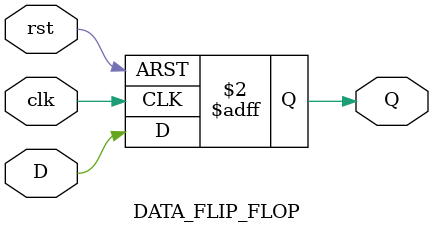
<source format=v>
module DATA_FLIP_FLOP (
    input  wire clk, rst, D,
    output reg  Q
);
    always @(posedge clk or posedge rst) begin
        if (rst)
            Q <= 1'b0;   
        else
            Q <= D;     
    end
endmodule

</source>
